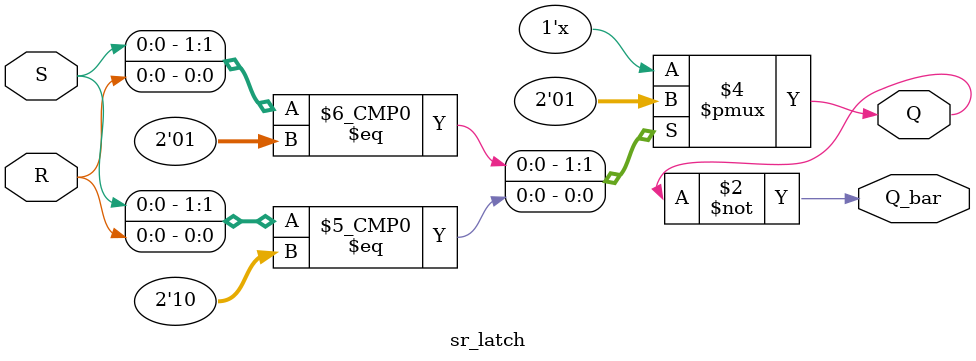
<source format=v>
module sr_latch (
    input S,     // Set
    input R,     // Reset
    output reg Q,
    output Q_bar
);

    always @ (S or R)
    begin
        case ({S, R})
            2'b00: ;              // No change
            2'b01: Q <= 0;        // Reset
            2'b10: Q <= 1;        // Set
            2'b11: Q <= 1'bx;     // Invalid state
        endcase
    end

    assign Q_bar = ~Q;

endmodule


</source>
